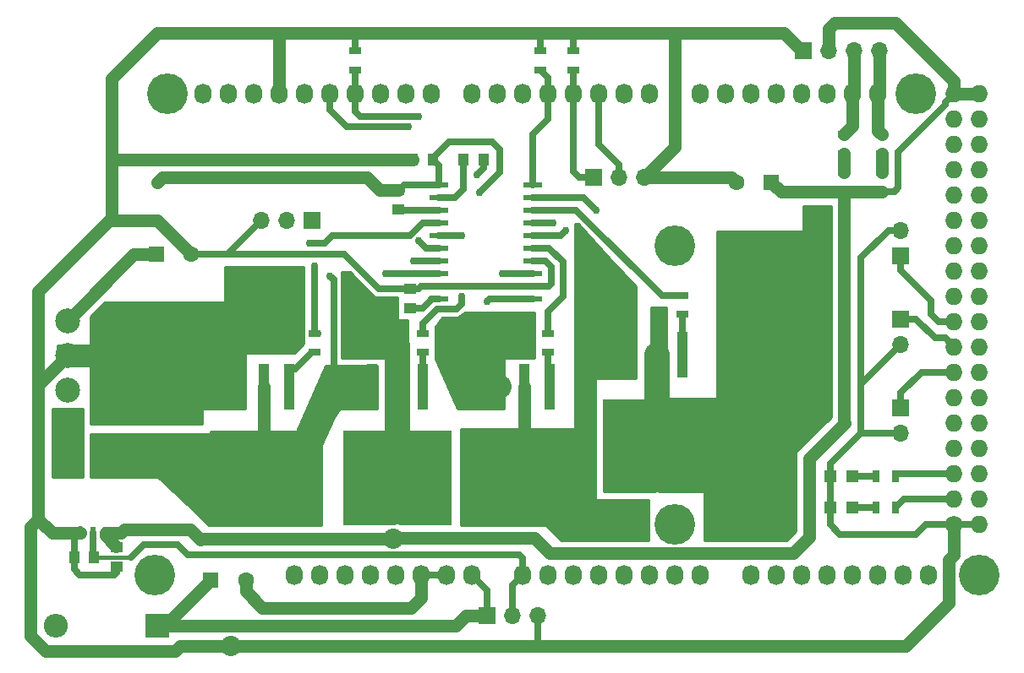
<source format=gbr>
G04 #@! TF.GenerationSoftware,KiCad,Pcbnew,(5.0.0-rc2-37-ga8db21319)*
G04 #@! TF.CreationDate,2018-05-29T02:54:05+01:00*
G04 #@! TF.ProjectId,tug,7475672E6B696361645F706362000000,rev?*
G04 #@! TF.SameCoordinates,Original*
G04 #@! TF.FileFunction,Copper,L1,Top,Signal*
G04 #@! TF.FilePolarity,Positive*
%FSLAX46Y46*%
G04 Gerber Fmt 4.6, Leading zero omitted, Abs format (unit mm)*
G04 Created by KiCad (PCBNEW (5.0.0-rc2-37-ga8db21319)) date Tue May 29 02:54:05 2018*
%MOMM*%
%LPD*%
G01*
G04 APERTURE LIST*
G04 #@! TA.AperFunction,SMDPad,CuDef*
%ADD10R,0.508000X1.143000*%
G04 #@! TD*
G04 #@! TA.AperFunction,ComponentPad*
%ADD11C,1.727200*%
G04 #@! TD*
G04 #@! TA.AperFunction,ComponentPad*
%ADD12O,1.727200X1.727200*%
G04 #@! TD*
G04 #@! TA.AperFunction,ComponentPad*
%ADD13O,1.727200X2.032000*%
G04 #@! TD*
G04 #@! TA.AperFunction,ComponentPad*
%ADD14C,4.064000*%
G04 #@! TD*
G04 #@! TA.AperFunction,SMDPad,CuDef*
%ADD15R,1.250000X1.000000*%
G04 #@! TD*
G04 #@! TA.AperFunction,SMDPad,CuDef*
%ADD16R,1.000000X1.250000*%
G04 #@! TD*
G04 #@! TA.AperFunction,ComponentPad*
%ADD17C,1.600000*%
G04 #@! TD*
G04 #@! TA.AperFunction,ComponentPad*
%ADD18R,1.600000X1.600000*%
G04 #@! TD*
G04 #@! TA.AperFunction,SMDPad,CuDef*
%ADD19R,1.200000X1.200000*%
G04 #@! TD*
G04 #@! TA.AperFunction,ComponentPad*
%ADD20R,2.400000X2.400000*%
G04 #@! TD*
G04 #@! TA.AperFunction,ComponentPad*
%ADD21O,2.400000X2.400000*%
G04 #@! TD*
G04 #@! TA.AperFunction,ComponentPad*
%ADD22R,1.700000X1.700000*%
G04 #@! TD*
G04 #@! TA.AperFunction,ComponentPad*
%ADD23O,1.700000X1.700000*%
G04 #@! TD*
G04 #@! TA.AperFunction,ComponentPad*
%ADD24C,2.500000*%
G04 #@! TD*
G04 #@! TA.AperFunction,SMDPad,CuDef*
%ADD25R,5.250000X4.550000*%
G04 #@! TD*
G04 #@! TA.AperFunction,SMDPad,CuDef*
%ADD26R,10.800000X9.400000*%
G04 #@! TD*
G04 #@! TA.AperFunction,SMDPad,CuDef*
%ADD27R,1.100000X4.600000*%
G04 #@! TD*
G04 #@! TA.AperFunction,SMDPad,CuDef*
%ADD28R,1.300000X0.700000*%
G04 #@! TD*
G04 #@! TA.AperFunction,SMDPad,CuDef*
%ADD29R,0.700000X1.300000*%
G04 #@! TD*
G04 #@! TA.AperFunction,SMDPad,CuDef*
%ADD30R,1.950000X0.600000*%
G04 #@! TD*
G04 #@! TA.AperFunction,ViaPad*
%ADD31C,3.048000*%
G04 #@! TD*
G04 #@! TA.AperFunction,ViaPad*
%ADD32C,2.032000*%
G04 #@! TD*
G04 #@! TA.AperFunction,ViaPad*
%ADD33C,0.762000*%
G04 #@! TD*
G04 #@! TA.AperFunction,Conductor*
%ADD34C,0.635000*%
G04 #@! TD*
G04 #@! TA.AperFunction,Conductor*
%ADD35C,1.270000*%
G04 #@! TD*
G04 #@! TA.AperFunction,Conductor*
%ADD36C,2.540000*%
G04 #@! TD*
G04 #@! TA.AperFunction,Conductor*
%ADD37C,0.381000*%
G04 #@! TD*
G04 #@! TA.AperFunction,Conductor*
%ADD38C,3.810000*%
G04 #@! TD*
G04 #@! TA.AperFunction,Conductor*
%ADD39C,0.254000*%
G04 #@! TD*
G04 APERTURE END LIST*
D10*
G04 #@! TO.P,U2,8*
G04 #@! TO.N,+5V*
X112395000Y-114935000D03*
G04 #@! TO.P,U2,7*
G04 #@! TO.N,/A0*
X111125000Y-114935000D03*
G04 #@! TO.P,U2,6*
G04 #@! TO.N,GND*
X109855000Y-114935000D03*
G04 #@! TO.P,U2,5*
X108585000Y-114935000D03*
G04 #@! TO.P,U2,4*
G04 #@! TO.N,/M1*
X108585000Y-108585000D03*
G04 #@! TO.P,U2,3*
X109855000Y-108585000D03*
G04 #@! TO.P,U2,2*
G04 #@! TO.N,/SRC_HS1*
X111125000Y-108585000D03*
G04 #@! TO.P,U2,1*
X112395000Y-108585000D03*
G04 #@! TD*
D11*
G04 #@! TO.P,P1,1*
G04 #@! TO.N,GND*
X197358000Y-114046000D03*
D12*
G04 #@! TO.P,P1,2*
X199898000Y-114046000D03*
G04 #@! TO.P,P1,3*
G04 #@! TO.N,/52(SCK)*
X197358000Y-111506000D03*
G04 #@! TO.P,P1,4*
G04 #@! TO.N,/53(SS)*
X199898000Y-111506000D03*
G04 #@! TO.P,P1,5*
G04 #@! TO.N,/50(MISO)*
X197358000Y-108966000D03*
G04 #@! TO.P,P1,6*
G04 #@! TO.N,/51(MOSI)*
X199898000Y-108966000D03*
G04 #@! TO.P,P1,7*
G04 #@! TO.N,/48*
X197358000Y-106426000D03*
G04 #@! TO.P,P1,8*
G04 #@! TO.N,/49*
X199898000Y-106426000D03*
G04 #@! TO.P,P1,9*
G04 #@! TO.N,/46*
X197358000Y-103886000D03*
G04 #@! TO.P,P1,10*
G04 #@! TO.N,/47*
X199898000Y-103886000D03*
G04 #@! TO.P,P1,11*
G04 #@! TO.N,/44*
X197358000Y-101346000D03*
G04 #@! TO.P,P1,12*
G04 #@! TO.N,/45*
X199898000Y-101346000D03*
G04 #@! TO.P,P1,13*
G04 #@! TO.N,/42*
X197358000Y-98806000D03*
G04 #@! TO.P,P1,14*
G04 #@! TO.N,/43*
X199898000Y-98806000D03*
G04 #@! TO.P,P1,15*
G04 #@! TO.N,/40*
X197358000Y-96266000D03*
G04 #@! TO.P,P1,16*
G04 #@! TO.N,/41*
X199898000Y-96266000D03*
G04 #@! TO.P,P1,17*
G04 #@! TO.N,/38*
X197358000Y-93726000D03*
G04 #@! TO.P,P1,18*
G04 #@! TO.N,/39*
X199898000Y-93726000D03*
G04 #@! TO.P,P1,19*
G04 #@! TO.N,/36*
X197358000Y-91186000D03*
G04 #@! TO.P,P1,20*
G04 #@! TO.N,/37*
X199898000Y-91186000D03*
G04 #@! TO.P,P1,21*
G04 #@! TO.N,/34*
X197358000Y-88646000D03*
G04 #@! TO.P,P1,22*
G04 #@! TO.N,/35*
X199898000Y-88646000D03*
G04 #@! TO.P,P1,23*
G04 #@! TO.N,/32*
X197358000Y-86106000D03*
G04 #@! TO.P,P1,24*
G04 #@! TO.N,/33*
X199898000Y-86106000D03*
G04 #@! TO.P,P1,25*
G04 #@! TO.N,/30*
X197358000Y-83566000D03*
G04 #@! TO.P,P1,26*
G04 #@! TO.N,/31*
X199898000Y-83566000D03*
G04 #@! TO.P,P1,27*
G04 #@! TO.N,/28*
X197358000Y-81026000D03*
G04 #@! TO.P,P1,28*
G04 #@! TO.N,/29*
X199898000Y-81026000D03*
G04 #@! TO.P,P1,29*
G04 #@! TO.N,/26*
X197358000Y-78486000D03*
G04 #@! TO.P,P1,30*
G04 #@! TO.N,/27*
X199898000Y-78486000D03*
G04 #@! TO.P,P1,31*
G04 #@! TO.N,/24*
X197358000Y-75946000D03*
G04 #@! TO.P,P1,32*
G04 #@! TO.N,/25*
X199898000Y-75946000D03*
G04 #@! TO.P,P1,33*
G04 #@! TO.N,/22*
X197358000Y-73406000D03*
G04 #@! TO.P,P1,34*
G04 #@! TO.N,/23*
X199898000Y-73406000D03*
G04 #@! TO.P,P1,35*
G04 #@! TO.N,+5V*
X197358000Y-70866000D03*
G04 #@! TO.P,P1,36*
X199898000Y-70866000D03*
G04 #@! TD*
D13*
G04 #@! TO.P,P2,1*
G04 #@! TO.N,Net-(P2-Pad1)*
X131318000Y-119126000D03*
G04 #@! TO.P,P2,2*
G04 #@! TO.N,/IOREF*
X133858000Y-119126000D03*
G04 #@! TO.P,P2,3*
G04 #@! TO.N,/Reset*
X136398000Y-119126000D03*
G04 #@! TO.P,P2,4*
G04 #@! TO.N,+3V3*
X138938000Y-119126000D03*
G04 #@! TO.P,P2,5*
G04 #@! TO.N,+5V*
X141478000Y-119126000D03*
G04 #@! TO.P,P2,6*
G04 #@! TO.N,GND*
X144018000Y-119126000D03*
G04 #@! TO.P,P2,7*
X146558000Y-119126000D03*
G04 #@! TO.P,P2,8*
G04 #@! TO.N,/Vin*
X149098000Y-119126000D03*
G04 #@! TD*
G04 #@! TO.P,P3,1*
G04 #@! TO.N,/A0*
X154178000Y-119126000D03*
G04 #@! TO.P,P3,2*
G04 #@! TO.N,/A1*
X156718000Y-119126000D03*
G04 #@! TO.P,P3,3*
G04 #@! TO.N,/A2*
X159258000Y-119126000D03*
G04 #@! TO.P,P3,4*
G04 #@! TO.N,/A3*
X161798000Y-119126000D03*
G04 #@! TO.P,P3,5*
G04 #@! TO.N,/A4*
X164338000Y-119126000D03*
G04 #@! TO.P,P3,6*
G04 #@! TO.N,/A5*
X166878000Y-119126000D03*
G04 #@! TO.P,P3,7*
G04 #@! TO.N,/A6*
X169418000Y-119126000D03*
G04 #@! TO.P,P3,8*
G04 #@! TO.N,/A7*
X171958000Y-119126000D03*
G04 #@! TD*
G04 #@! TO.P,P4,1*
G04 #@! TO.N,/A8*
X177038000Y-119126000D03*
G04 #@! TO.P,P4,2*
G04 #@! TO.N,/A9*
X179578000Y-119126000D03*
G04 #@! TO.P,P4,3*
G04 #@! TO.N,/A10*
X182118000Y-119126000D03*
G04 #@! TO.P,P4,4*
G04 #@! TO.N,/A11*
X184658000Y-119126000D03*
G04 #@! TO.P,P4,5*
G04 #@! TO.N,/A12*
X187198000Y-119126000D03*
G04 #@! TO.P,P4,6*
G04 #@! TO.N,/A13*
X189738000Y-119126000D03*
G04 #@! TO.P,P4,7*
G04 #@! TO.N,/A14*
X192278000Y-119126000D03*
G04 #@! TO.P,P4,8*
G04 #@! TO.N,/A15*
X194818000Y-119126000D03*
G04 #@! TD*
G04 #@! TO.P,P5,1*
G04 #@! TO.N,/SCL*
X122174000Y-70866000D03*
G04 #@! TO.P,P5,2*
G04 #@! TO.N,/SDA*
X124714000Y-70866000D03*
G04 #@! TO.P,P5,3*
G04 #@! TO.N,/AREF*
X127254000Y-70866000D03*
G04 #@! TO.P,P5,4*
G04 #@! TO.N,GND*
X129794000Y-70866000D03*
G04 #@! TO.P,P5,5*
G04 #@! TO.N,/13(\002A\002A)*
X132334000Y-70866000D03*
G04 #@! TO.P,P5,6*
G04 #@! TO.N,/12(\002A\002A)*
X134874000Y-70866000D03*
G04 #@! TO.P,P5,7*
G04 #@! TO.N,/11(\002A\002A)*
X137414000Y-70866000D03*
G04 #@! TO.P,P5,8*
G04 #@! TO.N,/10(\002A\002A)*
X139954000Y-70866000D03*
G04 #@! TO.P,P5,9*
G04 #@! TO.N,/9(\002A\002A)*
X142494000Y-70866000D03*
G04 #@! TO.P,P5,10*
G04 #@! TO.N,/8(\002A\002A)*
X145034000Y-70866000D03*
G04 #@! TD*
G04 #@! TO.P,P6,1*
G04 #@! TO.N,/7(\002A\002A)*
X149098000Y-70866000D03*
G04 #@! TO.P,P6,2*
G04 #@! TO.N,/6(\002A\002A)*
X151638000Y-70866000D03*
G04 #@! TO.P,P6,3*
G04 #@! TO.N,/5(\002A\002A)*
X154178000Y-70866000D03*
G04 #@! TO.P,P6,4*
G04 #@! TO.N,/4(\002A\002A)*
X156718000Y-70866000D03*
G04 #@! TO.P,P6,5*
G04 #@! TO.N,/3(\002A\002A)*
X159258000Y-70866000D03*
G04 #@! TO.P,P6,6*
G04 #@! TO.N,/2(\002A\002A)*
X161798000Y-70866000D03*
G04 #@! TO.P,P6,7*
G04 #@! TO.N,/1(Tx0)*
X164338000Y-70866000D03*
G04 #@! TO.P,P6,8*
G04 #@! TO.N,/0(Rx0)*
X166878000Y-70866000D03*
G04 #@! TD*
G04 #@! TO.P,P7,1*
G04 #@! TO.N,/14(Tx3)*
X171958000Y-70866000D03*
G04 #@! TO.P,P7,2*
G04 #@! TO.N,/15(Rx3)*
X174498000Y-70866000D03*
G04 #@! TO.P,P7,3*
G04 #@! TO.N,/16(Tx2)*
X177038000Y-70866000D03*
G04 #@! TO.P,P7,4*
G04 #@! TO.N,/17(Rx2)*
X179578000Y-70866000D03*
G04 #@! TO.P,P7,5*
G04 #@! TO.N,/18(Tx1)*
X182118000Y-70866000D03*
G04 #@! TO.P,P7,6*
G04 #@! TO.N,/19(Rx1)*
X184658000Y-70866000D03*
G04 #@! TO.P,P7,7*
G04 #@! TO.N,/20(SDA)*
X187198000Y-70866000D03*
G04 #@! TO.P,P7,8*
G04 #@! TO.N,/21(SCL)*
X189738000Y-70866000D03*
G04 #@! TD*
D14*
G04 #@! TO.P,P8,1*
G04 #@! TO.N,Net-(P8-Pad1)*
X117348000Y-119126000D03*
G04 #@! TD*
G04 #@! TO.P,P9,1*
G04 #@! TO.N,Net-(P9-Pad1)*
X169418000Y-114046000D03*
G04 #@! TD*
G04 #@! TO.P,P10,1*
G04 #@! TO.N,Net-(P10-Pad1)*
X199898000Y-119126000D03*
G04 #@! TD*
G04 #@! TO.P,P11,1*
G04 #@! TO.N,Net-(P11-Pad1)*
X118618000Y-70866000D03*
G04 #@! TD*
G04 #@! TO.P,P12,1*
G04 #@! TO.N,Net-(P12-Pad1)*
X169418000Y-86106000D03*
G04 #@! TD*
G04 #@! TO.P,P13,1*
G04 #@! TO.N,Net-(P13-Pad1)*
X193548000Y-70866000D03*
G04 #@! TD*
D15*
G04 #@! TO.P,C1,2*
G04 #@! TO.N,GND*
X142875000Y-90440000D03*
G04 #@! TO.P,C1,1*
G04 #@! TO.N,Net-(C1-Pad1)*
X142875000Y-92440000D03*
G04 #@! TD*
G04 #@! TO.P,C2,1*
G04 #@! TO.N,Net-(C2-Pad1)*
X141732000Y-82534000D03*
G04 #@! TO.P,C2,2*
G04 #@! TO.N,+12V*
X141732000Y-80534000D03*
G04 #@! TD*
D16*
G04 #@! TO.P,C3,1*
G04 #@! TO.N,+12V*
X145145000Y-77470000D03*
G04 #@! TO.P,C3,2*
G04 #@! TO.N,GND*
X143145000Y-77470000D03*
G04 #@! TD*
G04 #@! TO.P,C4,2*
G04 #@! TO.N,Net-(C4-Pad2)*
X148225000Y-77470000D03*
G04 #@! TO.P,C4,1*
G04 #@! TO.N,Net-(C4-Pad1)*
X150225000Y-77470000D03*
G04 #@! TD*
D17*
G04 #@! TO.P,C5,2*
G04 #@! TO.N,GND*
X120975000Y-86995000D03*
D18*
G04 #@! TO.P,C5,1*
G04 #@! TO.N,+12V*
X117475000Y-86995000D03*
G04 #@! TD*
G04 #@! TO.P,C6,1*
G04 #@! TO.N,/Vin*
X122936000Y-119634000D03*
D17*
G04 #@! TO.P,C6,2*
G04 #@! TO.N,GND*
X126436000Y-119634000D03*
G04 #@! TD*
D15*
G04 #@! TO.P,C7,2*
G04 #@! TO.N,GND*
X113538000Y-118348000D03*
G04 #@! TO.P,C7,1*
G04 #@! TO.N,+5V*
X113538000Y-116348000D03*
G04 #@! TD*
D16*
G04 #@! TO.P,C8,1*
G04 #@! TO.N,/A0*
X111236000Y-117348000D03*
G04 #@! TO.P,C8,2*
G04 #@! TO.N,GND*
X109236000Y-117348000D03*
G04 #@! TD*
D19*
G04 #@! TO.P,D1,1*
G04 #@! TO.N,GND*
X184955000Y-109220000D03*
G04 #@! TO.P,D1,2*
G04 #@! TO.N,Net-(D1-Pad2)*
X187155000Y-109220000D03*
G04 #@! TD*
G04 #@! TO.P,D2,2*
G04 #@! TO.N,Net-(D2-Pad2)*
X187155000Y-112395000D03*
G04 #@! TO.P,D2,1*
G04 #@! TO.N,GND*
X184955000Y-112395000D03*
G04 #@! TD*
D20*
G04 #@! TO.P,D3,1*
G04 #@! TO.N,/Vin*
X117602000Y-124206000D03*
D21*
G04 #@! TO.P,D3,2*
G04 #@! TO.N,+12V*
X107442000Y-124206000D03*
G04 #@! TD*
D22*
G04 #@! TO.P,J1,1*
G04 #@! TO.N,GND*
X182245000Y-66548000D03*
D23*
G04 #@! TO.P,J1,2*
G04 #@! TO.N,+5V*
X184785000Y-66548000D03*
G04 #@! TO.P,J1,3*
G04 #@! TO.N,/20(SDA)*
X187325000Y-66548000D03*
G04 #@! TO.P,J1,4*
G04 #@! TO.N,/21(SCL)*
X189865000Y-66548000D03*
G04 #@! TD*
D24*
G04 #@! TO.P,J2,4*
G04 #@! TO.N,+12V*
X108585000Y-93640000D03*
G04 #@! TO.P,J2,3*
G04 #@! TO.N,GND*
X108585000Y-97140000D03*
G04 #@! TO.P,J2,2*
G04 #@! TO.N,/M2*
X108585000Y-100640000D03*
G04 #@! TO.P,J2,1*
G04 #@! TO.N,/M1*
X108585000Y-104140000D03*
G04 #@! TD*
D25*
G04 #@! TO.P,Q1,2*
G04 #@! TO.N,+12V*
X138830000Y-106995000D03*
X144380000Y-111845000D03*
X144380000Y-106995000D03*
X138830000Y-111845000D03*
D26*
X141605000Y-109420000D03*
D27*
G04 #@! TO.P,Q1,3*
G04 #@! TO.N,/SRC_HS1*
X139065000Y-100270000D03*
G04 #@! TO.P,Q1,2*
G04 #@! TO.N,+12V*
X141605000Y-100270000D03*
G04 #@! TO.P,Q1,1*
G04 #@! TO.N,/GATE_HS1*
X144145000Y-100270000D03*
G04 #@! TD*
G04 #@! TO.P,Q2,1*
G04 #@! TO.N,/GATE_LS1*
X130810000Y-100270000D03*
G04 #@! TO.P,Q2,2*
G04 #@! TO.N,/SRC_HS1*
X128270000Y-100270000D03*
G04 #@! TO.P,Q2,3*
G04 #@! TO.N,GND*
X125730000Y-100270000D03*
D26*
G04 #@! TO.P,Q2,2*
G04 #@! TO.N,/SRC_HS1*
X128270000Y-109420000D03*
D25*
X125495000Y-111845000D03*
X131045000Y-106995000D03*
X131045000Y-111845000D03*
X125495000Y-106995000D03*
G04 #@! TD*
G04 #@! TO.P,Q3,2*
G04 #@! TO.N,+12V*
X164865000Y-103820000D03*
X170415000Y-108670000D03*
X170415000Y-103820000D03*
X164865000Y-108670000D03*
D26*
X167640000Y-106245000D03*
D27*
G04 #@! TO.P,Q3,3*
G04 #@! TO.N,/M2*
X165100000Y-97095000D03*
G04 #@! TO.P,Q3,2*
G04 #@! TO.N,+12V*
X167640000Y-97095000D03*
G04 #@! TO.P,Q3,1*
G04 #@! TO.N,/GATE_HS2*
X170180000Y-97095000D03*
G04 #@! TD*
G04 #@! TO.P,Q4,1*
G04 #@! TO.N,/GATE_LS2*
X156845000Y-100270000D03*
G04 #@! TO.P,Q4,2*
G04 #@! TO.N,/M2*
X154305000Y-100270000D03*
G04 #@! TO.P,Q4,3*
G04 #@! TO.N,GND*
X151765000Y-100270000D03*
D26*
G04 #@! TO.P,Q4,2*
G04 #@! TO.N,/M2*
X154305000Y-109420000D03*
D25*
X151530000Y-111845000D03*
X157080000Y-106995000D03*
X157080000Y-111845000D03*
X151530000Y-106995000D03*
G04 #@! TD*
D28*
G04 #@! TO.P,R1,2*
G04 #@! TO.N,Net-(R1-Pad2)*
X186309000Y-78806000D03*
G04 #@! TO.P,R1,1*
G04 #@! TO.N,+5V*
X186309000Y-80706000D03*
G04 #@! TD*
G04 #@! TO.P,R2,1*
G04 #@! TO.N,Net-(R1-Pad2)*
X186309000Y-76896000D03*
G04 #@! TO.P,R2,2*
G04 #@! TO.N,/20(SDA)*
X186309000Y-74996000D03*
G04 #@! TD*
G04 #@! TO.P,R3,1*
G04 #@! TO.N,+5V*
X190119000Y-80706000D03*
G04 #@! TO.P,R3,2*
G04 #@! TO.N,Net-(R3-Pad2)*
X190119000Y-78806000D03*
G04 #@! TD*
G04 #@! TO.P,R4,2*
G04 #@! TO.N,/21(SCL)*
X190119000Y-74996000D03*
G04 #@! TO.P,R4,1*
G04 #@! TO.N,Net-(R3-Pad2)*
X190119000Y-76896000D03*
G04 #@! TD*
D29*
G04 #@! TO.P,R5,1*
G04 #@! TO.N,Net-(D1-Pad2)*
X189550000Y-109220000D03*
G04 #@! TO.P,R5,2*
G04 #@! TO.N,/50(MISO)*
X191450000Y-109220000D03*
G04 #@! TD*
G04 #@! TO.P,R6,2*
G04 #@! TO.N,/52(SCK)*
X191450000Y-112395000D03*
G04 #@! TO.P,R6,1*
G04 #@! TO.N,Net-(D2-Pad2)*
X189550000Y-112395000D03*
G04 #@! TD*
D28*
G04 #@! TO.P,R7,1*
G04 #@! TO.N,/GATE_HS1*
X144145000Y-96835000D03*
G04 #@! TO.P,R7,2*
G04 #@! TO.N,Net-(R7-Pad2)*
X144145000Y-94935000D03*
G04 #@! TD*
G04 #@! TO.P,R8,2*
G04 #@! TO.N,Net-(R8-Pad2)*
X133350000Y-94935000D03*
G04 #@! TO.P,R8,1*
G04 #@! TO.N,/GATE_LS1*
X133350000Y-96835000D03*
G04 #@! TD*
G04 #@! TO.P,R9,1*
G04 #@! TO.N,/GATE_HS2*
X170180000Y-93025000D03*
G04 #@! TO.P,R9,2*
G04 #@! TO.N,Net-(R9-Pad2)*
X170180000Y-91125000D03*
G04 #@! TD*
G04 #@! TO.P,R10,2*
G04 #@! TO.N,Net-(R10-Pad2)*
X156718000Y-94935000D03*
G04 #@! TO.P,R10,1*
G04 #@! TO.N,/GATE_LS2*
X156718000Y-96835000D03*
G04 #@! TD*
D30*
G04 #@! TO.P,U1,1*
G04 #@! TO.N,+12V*
X145795000Y-80010000D03*
G04 #@! TO.P,U1,2*
G04 #@! TO.N,Net-(C4-Pad2)*
X145795000Y-81280000D03*
G04 #@! TO.P,U1,3*
G04 #@! TO.N,Net-(C2-Pad1)*
X145795000Y-82550000D03*
G04 #@! TO.P,U1,4*
G04 #@! TO.N,/SRC_HS1*
X145795000Y-83820000D03*
G04 #@! TO.P,U1,5*
G04 #@! TO.N,Net-(R7-Pad2)*
X145795000Y-85090000D03*
G04 #@! TO.P,U1,6*
G04 #@! TO.N,/11(\002A\002A)*
X145795000Y-86360000D03*
G04 #@! TO.P,U1,7*
G04 #@! TO.N,/12(\002A\002A)*
X145795000Y-87630000D03*
G04 #@! TO.P,U1,8*
G04 #@! TO.N,Net-(R8-Pad2)*
X145795000Y-88900000D03*
G04 #@! TO.P,U1,9*
G04 #@! TO.N,GND*
X145795000Y-90170000D03*
G04 #@! TO.P,U1,10*
G04 #@! TO.N,Net-(C1-Pad1)*
X145795000Y-91440000D03*
G04 #@! TO.P,U1,11*
G04 #@! TO.N,+12V*
X155195000Y-91440000D03*
G04 #@! TO.P,U1,12*
G04 #@! TO.N,GND*
X155195000Y-90170000D03*
G04 #@! TO.P,U1,13*
G04 #@! TO.N,Net-(C4-Pad1)*
X155195000Y-88900000D03*
G04 #@! TO.P,U1,14*
G04 #@! TO.N,GND*
X155195000Y-87630000D03*
G04 #@! TO.P,U1,15*
G04 #@! TO.N,Net-(R10-Pad2)*
X155195000Y-86360000D03*
G04 #@! TO.P,U1,16*
G04 #@! TO.N,/2(\002A\002A)*
X155195000Y-85090000D03*
G04 #@! TO.P,U1,17*
G04 #@! TO.N,/3(\002A\002A)*
X155195000Y-83820000D03*
G04 #@! TO.P,U1,18*
G04 #@! TO.N,Net-(R9-Pad2)*
X155195000Y-82550000D03*
G04 #@! TO.P,U1,19*
G04 #@! TO.N,/M2*
X155195000Y-81280000D03*
G04 #@! TO.P,U1,20*
G04 #@! TO.N,/4(\002A\002A)*
X155195000Y-80010000D03*
G04 #@! TD*
D28*
G04 #@! TO.P,R11,2*
G04 #@! TO.N,GND*
X137414000Y-66614000D03*
G04 #@! TO.P,R11,1*
G04 #@! TO.N,/11(\002A\002A)*
X137414000Y-68514000D03*
G04 #@! TD*
G04 #@! TO.P,R12,1*
G04 #@! TO.N,/3(\002A\002A)*
X159258000Y-68514000D03*
G04 #@! TO.P,R12,2*
G04 #@! TO.N,GND*
X159258000Y-66614000D03*
G04 #@! TD*
G04 #@! TO.P,R13,1*
G04 #@! TO.N,/4(\002A\002A)*
X155956000Y-68514000D03*
G04 #@! TO.P,R13,2*
G04 #@! TO.N,GND*
X155956000Y-66614000D03*
G04 #@! TD*
D23*
G04 #@! TO.P,J3,3*
G04 #@! TO.N,GND*
X166370000Y-79248000D03*
G04 #@! TO.P,J3,2*
G04 #@! TO.N,/2(\002A\002A)*
X163830000Y-79248000D03*
D22*
G04 #@! TO.P,J3,1*
G04 #@! TO.N,/3(\002A\002A)*
X161290000Y-79248000D03*
G04 #@! TD*
G04 #@! TO.P,J4,1*
G04 #@! TO.N,/11(\002A\002A)*
X133096000Y-83566000D03*
D23*
G04 #@! TO.P,J4,2*
G04 #@! TO.N,/12(\002A\002A)*
X130556000Y-83566000D03*
G04 #@! TO.P,J4,3*
G04 #@! TO.N,GND*
X128016000Y-83566000D03*
G04 #@! TD*
D22*
G04 #@! TO.P,J5,1*
G04 #@! TO.N,/Vin*
X150622000Y-123190000D03*
D23*
G04 #@! TO.P,J5,2*
G04 #@! TO.N,/A0*
X153162000Y-123190000D03*
G04 #@! TO.P,J5,3*
G04 #@! TO.N,GND*
X155702000Y-123190000D03*
G04 #@! TD*
D22*
G04 #@! TO.P,J6,1*
G04 #@! TO.N,/38*
X192024000Y-87122000D03*
D23*
G04 #@! TO.P,J6,2*
G04 #@! TO.N,GND*
X192024000Y-84582000D03*
G04 #@! TD*
G04 #@! TO.P,J7,2*
G04 #@! TO.N,GND*
X192024000Y-96012000D03*
D22*
G04 #@! TO.P,J7,1*
G04 #@! TO.N,/40*
X192024000Y-93472000D03*
G04 #@! TD*
G04 #@! TO.P,J8,1*
G04 #@! TO.N,/42*
X192024000Y-102362000D03*
D23*
G04 #@! TO.P,J8,2*
G04 #@! TO.N,GND*
X192024000Y-104902000D03*
G04 #@! TD*
D18*
G04 #@! TO.P,C9,1*
G04 #@! TO.N,+5V*
X179070000Y-79756000D03*
D17*
G04 #@! TO.P,C9,2*
G04 #@! TO.N,GND*
X175570000Y-79756000D03*
G04 #@! TD*
D31*
G04 #@! TO.N,/M2*
X149860000Y-112776000D03*
D32*
G04 #@! TO.N,GND*
X124968000Y-126238000D03*
D31*
X117602000Y-97028000D03*
X120904000Y-97028000D03*
X124968000Y-97028000D03*
X120904000Y-100838000D03*
X149352000Y-100584000D03*
X117348000Y-100330000D03*
D32*
G04 #@! TO.N,+5V*
X141224000Y-115506500D03*
D33*
G04 #@! TO.N,/12(\002A\002A)*
X142748000Y-74168000D03*
X143256000Y-87630000D03*
G04 #@! TO.N,/11(\002A\002A)*
X143764000Y-85598000D03*
X143764000Y-73152000D03*
G04 #@! TO.N,/3(\002A\002A)*
X157226000Y-83820000D03*
G04 #@! TO.N,/2(\002A\002A)*
X158496000Y-84582000D03*
G04 #@! TO.N,+12V*
X150622000Y-91694000D03*
X117602000Y-79756000D03*
X149860000Y-80772000D03*
D31*
X140970000Y-95504000D03*
X175260000Y-107188000D03*
X175260000Y-102616000D03*
X175260000Y-98044000D03*
X175260000Y-93726000D03*
X175260000Y-89408000D03*
X175260000Y-111760000D03*
X179578000Y-111760000D03*
X179578000Y-107188000D03*
X179578000Y-102616000D03*
X179578000Y-98044000D03*
X179578000Y-93726000D03*
X179578000Y-89408000D03*
X183642000Y-89408000D03*
X183642000Y-98044000D03*
X137668000Y-93472000D03*
D33*
G04 #@! TO.N,Net-(C4-Pad1)*
X152146000Y-88900000D03*
X149606000Y-78994000D03*
D31*
G04 #@! TO.N,/M2*
X162560000Y-113792000D03*
D33*
X161544000Y-82550000D03*
X161290000Y-86614000D03*
D31*
X158677000Y-113792000D03*
D33*
G04 #@! TO.N,Net-(R7-Pad2)*
X148082000Y-85090000D03*
X148082000Y-91186000D03*
G04 #@! TO.N,Net-(R8-Pad2)*
X140462000Y-88900000D03*
X133350000Y-88138000D03*
G04 #@! TO.N,/SRC_HS1*
X132842000Y-85852000D03*
X134874000Y-89154000D03*
G04 #@! TD*
D34*
G04 #@! TO.N,GND*
X197358000Y-114046000D02*
X199898000Y-114046000D01*
X144018000Y-119126000D02*
X146558000Y-119126000D01*
D35*
X107061000Y-114935000D02*
X108585000Y-114935000D01*
X105664000Y-113538000D02*
X107061000Y-114935000D01*
X107335001Y-98404999D02*
X105664000Y-100076000D01*
X105664000Y-100076000D02*
X105664000Y-113538000D01*
X107335001Y-98389999D02*
X107335001Y-98404999D01*
X108585000Y-97140000D02*
X107335001Y-98389999D01*
X108585000Y-114935000D02*
X109855000Y-114935000D01*
D34*
X109855000Y-114617500D02*
X109855000Y-114935000D01*
X109236000Y-115554000D02*
X109855000Y-114935000D01*
X109236000Y-117348000D02*
X109236000Y-115554000D01*
D35*
X143002000Y-122428000D02*
X144018000Y-121412000D01*
X126436000Y-120765370D02*
X128098630Y-122428000D01*
X144018000Y-121412000D02*
X144018000Y-119126000D01*
X128098630Y-122428000D02*
X143002000Y-122428000D01*
X126436000Y-119634000D02*
X126436000Y-120765370D01*
D34*
X142875000Y-90440000D02*
X143748000Y-90440000D01*
X144018000Y-90170000D02*
X145795000Y-90170000D01*
X143748000Y-90440000D02*
X144018000Y-90170000D01*
X145795000Y-90170000D02*
X155195000Y-90170000D01*
X155195000Y-90170000D02*
X153585000Y-90170000D01*
X157059000Y-88225000D02*
X156464000Y-87630000D01*
X156464000Y-87630000D02*
X155195000Y-87630000D01*
X155195000Y-90170000D02*
X156805000Y-90170000D01*
X157059000Y-89916000D02*
X157059000Y-88225000D01*
X156805000Y-90170000D02*
X157059000Y-89916000D01*
D35*
X117546000Y-83566000D02*
X113030000Y-83566000D01*
X120975000Y-86995000D02*
X117546000Y-83566000D01*
D34*
X136271000Y-86995000D02*
X120975000Y-86995000D01*
X142875000Y-90440000D02*
X139716000Y-90440000D01*
X139716000Y-90440000D02*
X136271000Y-86995000D01*
X197358000Y-114046000D02*
X194564000Y-114046000D01*
X194564000Y-114046000D02*
X193548000Y-115062000D01*
X193548000Y-115062000D02*
X185928000Y-115062000D01*
X184955000Y-114089000D02*
X184955000Y-112395000D01*
X185928000Y-115062000D02*
X184955000Y-114089000D01*
X184955000Y-112395000D02*
X184955000Y-109220000D01*
D35*
X197358000Y-114046000D02*
X197358000Y-117094000D01*
X197358000Y-117094000D02*
X196850000Y-117602000D01*
X126404840Y-126238000D02*
X124968000Y-126238000D01*
X117602000Y-64770000D02*
X113030000Y-69342000D01*
X182245000Y-66548000D02*
X182118000Y-66548000D01*
X182118000Y-66548000D02*
X180340000Y-64770000D01*
X129794000Y-70866000D02*
X129794000Y-64770000D01*
X129794000Y-64770000D02*
X117602000Y-64770000D01*
X141375000Y-77470000D02*
X113030000Y-77470000D01*
X143145000Y-77470000D02*
X141375000Y-77470000D01*
X113030000Y-69342000D02*
X113030000Y-77470000D01*
X113030000Y-77470000D02*
X113030000Y-83566000D01*
D34*
X113538000Y-118872000D02*
X113538000Y-118348000D01*
X113284000Y-119126000D02*
X113538000Y-118872000D01*
X109754000Y-119126000D02*
X113284000Y-119126000D01*
X109236000Y-117348000D02*
X109236000Y-118608000D01*
X109236000Y-118608000D02*
X109754000Y-119126000D01*
X155956000Y-66614000D02*
X155956000Y-65629000D01*
X155956000Y-65629000D02*
X155956000Y-64770000D01*
X159258000Y-66614000D02*
X159258000Y-64770000D01*
D35*
X159258000Y-64770000D02*
X155956000Y-64770000D01*
D34*
X137414000Y-65629000D02*
X137414000Y-64770000D01*
X137414000Y-66614000D02*
X137414000Y-65629000D01*
D35*
X155956000Y-64770000D02*
X137414000Y-64770000D01*
X137414000Y-64770000D02*
X129794000Y-64770000D01*
X169672000Y-64770000D02*
X159258000Y-64770000D01*
X180340000Y-64770000D02*
X169672000Y-64770000D01*
D34*
X124587000Y-86995000D02*
X128016000Y-83566000D01*
X120975000Y-86995000D02*
X124587000Y-86995000D01*
X155702000Y-124392081D02*
X155702000Y-126238000D01*
X155702000Y-123190000D02*
X155702000Y-124392081D01*
D35*
X155702000Y-126238000D02*
X126404840Y-126238000D01*
X175062000Y-79248000D02*
X175570000Y-79756000D01*
X166370000Y-79248000D02*
X175062000Y-79248000D01*
X196850000Y-117602000D02*
X196850000Y-121920000D01*
X192532000Y-126238000D02*
X155702000Y-126238000D01*
X196850000Y-121920000D02*
X192532000Y-126238000D01*
X105406999Y-113795001D02*
X105664000Y-113538000D01*
X124968000Y-126238000D02*
X119888000Y-126238000D01*
X104902000Y-114300000D02*
X105406999Y-113795001D01*
X104902000Y-125222000D02*
X104902000Y-114300000D01*
X119888000Y-126238000D02*
X119380000Y-126746000D01*
X106426000Y-126746000D02*
X104902000Y-125222000D01*
X119380000Y-126746000D02*
X106426000Y-126746000D01*
X166370000Y-79248000D02*
X169418000Y-76200000D01*
X169418000Y-65024000D02*
X169672000Y-64770000D01*
X169418000Y-76200000D02*
X169418000Y-65024000D01*
D34*
X190821919Y-104902000D02*
X192024000Y-104902000D01*
X188038000Y-104902000D02*
X190821919Y-104902000D01*
X184955000Y-107985000D02*
X188038000Y-104902000D01*
X184955000Y-109220000D02*
X184955000Y-107985000D01*
X188038000Y-99998000D02*
X188038000Y-104902000D01*
X192024000Y-96012000D02*
X188038000Y-99998000D01*
X188038000Y-87365919D02*
X188038000Y-99998000D01*
X190821919Y-84582000D02*
X188038000Y-87365919D01*
X192024000Y-84582000D02*
X190821919Y-84582000D01*
D35*
X113030000Y-83566000D02*
X112776000Y-83566000D01*
X105664000Y-90678000D02*
X105664000Y-100076000D01*
X112776000Y-83566000D02*
X105664000Y-90678000D01*
D36*
X151765000Y-100270000D02*
X149666000Y-100270000D01*
X149666000Y-100270000D02*
X149352000Y-100584000D01*
D34*
G04 #@! TO.N,/52(SCK)*
X192339000Y-111506000D02*
X191450000Y-112395000D01*
X197358000Y-111506000D02*
X192339000Y-111506000D01*
G04 #@! TO.N,/50(MISO)*
X191704000Y-108966000D02*
X191450000Y-109220000D01*
X197358000Y-108966000D02*
X191704000Y-108966000D01*
G04 #@! TO.N,/42*
X192024000Y-102362000D02*
X192024000Y-100877000D01*
X194095000Y-98806000D02*
X197358000Y-98806000D01*
X192024000Y-100877000D02*
X194095000Y-98806000D01*
G04 #@! TO.N,/40*
X195439401Y-95402401D02*
X196494401Y-95402401D01*
X196494401Y-95402401D02*
X197358000Y-96266000D01*
X193509000Y-93472000D02*
X195439401Y-95402401D01*
X192024000Y-93472000D02*
X193509000Y-93472000D01*
G04 #@! TO.N,/38*
X192024000Y-88607000D02*
X195072000Y-91655000D01*
X192024000Y-87122000D02*
X192024000Y-88607000D01*
X195072000Y-91655000D02*
X195072000Y-92964000D01*
X195834000Y-93726000D02*
X197358000Y-93726000D01*
X195072000Y-92964000D02*
X195834000Y-93726000D01*
D35*
G04 #@! TO.N,+5V*
X186309000Y-80706000D02*
X190119000Y-80706000D01*
D34*
X191404000Y-80706000D02*
X190119000Y-80706000D01*
X191770000Y-80340000D02*
X191404000Y-80706000D01*
X191770000Y-76708000D02*
X191770000Y-80340000D01*
X196494401Y-71983599D02*
X191770000Y-76708000D01*
X196494401Y-71729599D02*
X196494401Y-71983599D01*
X197358000Y-70866000D02*
X196494401Y-71729599D01*
D35*
X180020000Y-80706000D02*
X179070000Y-79756000D01*
X186309000Y-80706000D02*
X180020000Y-80706000D01*
X199898000Y-70866000D02*
X197358000Y-70866000D01*
X197358000Y-69644686D02*
X191467314Y-63754000D01*
X197358000Y-70866000D02*
X197358000Y-69644686D01*
X191467314Y-63754000D02*
X185420000Y-63754000D01*
X184785000Y-64389000D02*
X184785000Y-66548000D01*
X185420000Y-63754000D02*
X184785000Y-64389000D01*
X112395000Y-115205000D02*
X113458490Y-116268490D01*
X112395000Y-114935000D02*
X112395000Y-115205000D01*
X113919000Y-114935000D02*
X114300000Y-114554000D01*
X112395000Y-114935000D02*
X113919000Y-114935000D01*
X114300000Y-114554000D02*
X120904000Y-114554000D01*
X120904000Y-114554000D02*
X121920000Y-115570000D01*
X121983500Y-115506500D02*
X141224000Y-115506500D01*
X121920000Y-115570000D02*
X121983500Y-115506500D01*
X186309000Y-103759000D02*
X186309000Y-80706000D01*
X186436000Y-103886000D02*
X186309000Y-103759000D01*
X141224000Y-115506500D02*
X141287499Y-115443001D01*
X182880000Y-107442000D02*
X186436000Y-103886000D01*
X141287499Y-115443001D02*
X155321001Y-115443001D01*
X155321001Y-115443001D02*
X156845001Y-116967001D01*
X156845001Y-116967001D02*
X181228999Y-116967001D01*
X182880000Y-115316000D02*
X182880000Y-107442000D01*
X181228999Y-116967001D02*
X182880000Y-115316000D01*
G04 #@! TO.N,/Vin*
X118364000Y-124206000D02*
X122936000Y-119634000D01*
X117602000Y-124206000D02*
X118364000Y-124206000D01*
X149098000Y-119126000D02*
X149098000Y-119278400D01*
D34*
X150622000Y-120650000D02*
X149098000Y-119126000D01*
X150622000Y-123190000D02*
X150622000Y-120650000D01*
D35*
X147486000Y-124206000D02*
X120072000Y-124206000D01*
X148502000Y-123190000D02*
X147486000Y-124206000D01*
X120072000Y-124206000D02*
X117602000Y-124206000D01*
X150622000Y-123190000D02*
X148502000Y-123190000D01*
D34*
G04 #@! TO.N,/A0*
X111125000Y-117237000D02*
X111236000Y-117348000D01*
X111125000Y-114935000D02*
X111125000Y-117237000D01*
X153797000Y-117094000D02*
X120650000Y-117094000D01*
X154178000Y-119126000D02*
X154178000Y-117475000D01*
X154178000Y-117475000D02*
X153797000Y-117094000D01*
X120650000Y-117094000D02*
X119634000Y-116078000D01*
X119634000Y-116078000D02*
X116204501Y-116078000D01*
X116204501Y-116078000D02*
X114934501Y-117348000D01*
X153162000Y-120142000D02*
X154178000Y-119126000D01*
X153162000Y-123190000D02*
X153162000Y-120142000D01*
D37*
X114934501Y-117348000D02*
X111236000Y-117348000D01*
D34*
G04 #@! TO.N,/12(\002A\002A)*
X136525000Y-74168000D02*
X142748000Y-74168000D01*
X134874000Y-70866000D02*
X134874000Y-72517000D01*
X134874000Y-72517000D02*
X136525000Y-74168000D01*
X143256000Y-87630000D02*
X145795000Y-87630000D01*
G04 #@! TO.N,/11(\002A\002A)*
X137414000Y-68514000D02*
X137414000Y-70866000D01*
X145795000Y-86360000D02*
X144526000Y-86360000D01*
X144526000Y-86360000D02*
X143764000Y-85598000D01*
X143764000Y-73152000D02*
X137922000Y-73152000D01*
X137414000Y-72644000D02*
X137414000Y-70866000D01*
X137922000Y-73152000D02*
X137414000Y-72644000D01*
G04 #@! TO.N,/4(\002A\002A)*
X156718000Y-69276000D02*
X155956000Y-68514000D01*
X156718000Y-70866000D02*
X156718000Y-69276000D01*
X155195000Y-80010000D02*
X155195000Y-74929000D01*
X156718000Y-73406000D02*
X156718000Y-70866000D01*
X155195000Y-74929000D02*
X156718000Y-73406000D01*
G04 #@! TO.N,/3(\002A\002A)*
X159258000Y-68514000D02*
X159258000Y-70866000D01*
X155195000Y-83820000D02*
X157226000Y-83820000D01*
X159805000Y-79248000D02*
X161290000Y-79248000D01*
X159258000Y-78701000D02*
X159805000Y-79248000D01*
X159258000Y-70866000D02*
X159258000Y-78701000D01*
G04 #@! TO.N,/2(\002A\002A)*
X155195000Y-85090000D02*
X157988000Y-85090000D01*
X157988000Y-85090000D02*
X158496000Y-84582000D01*
X163830000Y-78045919D02*
X161798000Y-76013919D01*
X163830000Y-79248000D02*
X163830000Y-78045919D01*
X161798000Y-76013919D02*
X161798000Y-70866000D01*
D35*
G04 #@! TO.N,/20(SDA)*
X187325000Y-70739000D02*
X187198000Y-70866000D01*
X187325000Y-66548000D02*
X187325000Y-70739000D01*
X187198000Y-74107000D02*
X186309000Y-74996000D01*
X187198000Y-70866000D02*
X187198000Y-74107000D01*
G04 #@! TO.N,/21(SCL)*
X189865000Y-70739000D02*
X189738000Y-70866000D01*
X189865000Y-66548000D02*
X189865000Y-70739000D01*
X189738000Y-74615000D02*
X190119000Y-74996000D01*
X189738000Y-70866000D02*
X189738000Y-74615000D01*
D34*
G04 #@! TO.N,Net-(C1-Pad1)*
X145795000Y-91440000D02*
X145034000Y-91440000D01*
X144135000Y-92440000D02*
X142875000Y-92440000D01*
X145034000Y-91541000D02*
X144135000Y-92440000D01*
X145034000Y-91440000D02*
X145034000Y-91541000D01*
G04 #@! TO.N,Net-(C2-Pad1)*
X141748000Y-82550000D02*
X141732000Y-82534000D01*
X145795000Y-82550000D02*
X141748000Y-82550000D01*
D36*
G04 #@! TO.N,+12V*
X141605000Y-100270000D02*
X141605000Y-109420000D01*
X167640000Y-97095000D02*
X167640000Y-106245000D01*
D34*
X145795000Y-78120000D02*
X145145000Y-77470000D01*
X145795000Y-80010000D02*
X145795000Y-78120000D01*
X142256000Y-80010000D02*
X141732000Y-80534000D01*
X145795000Y-80010000D02*
X142256000Y-80010000D01*
X155195000Y-91440000D02*
X150876000Y-91440000D01*
X150876000Y-91440000D02*
X150622000Y-91694000D01*
D35*
X115230000Y-86995000D02*
X108585000Y-93640000D01*
X117475000Y-86995000D02*
X115230000Y-86995000D01*
X139837000Y-80534000D02*
X138551000Y-79248000D01*
X141732000Y-80534000D02*
X139837000Y-80534000D01*
X138551000Y-79248000D02*
X118110000Y-79248000D01*
X118110000Y-79248000D02*
X117602000Y-79756000D01*
D34*
X145145000Y-77345000D02*
X145145000Y-77470000D01*
X146798000Y-75692000D02*
X145145000Y-77345000D01*
X151130000Y-75692000D02*
X146798000Y-75692000D01*
X151892000Y-78740000D02*
X151892000Y-76454000D01*
X151892000Y-76454000D02*
X151130000Y-75692000D01*
X149860000Y-80772000D02*
X151892000Y-78740000D01*
D36*
X141605000Y-96139000D02*
X140970000Y-95504000D01*
X141605000Y-100270000D02*
X141605000Y-96139000D01*
D38*
X168583000Y-107188000D02*
X167640000Y-106245000D01*
X175260000Y-107188000D02*
X168583000Y-107188000D01*
D34*
G04 #@! TO.N,Net-(C4-Pad2)*
X148225000Y-78730000D02*
X148225000Y-77470000D01*
X148225000Y-80460000D02*
X148225000Y-78730000D01*
X147405000Y-81280000D02*
X148225000Y-80460000D01*
X145795000Y-81280000D02*
X147405000Y-81280000D01*
G04 #@! TO.N,Net-(C4-Pad1)*
X155195000Y-88900000D02*
X152146000Y-88900000D01*
X150225000Y-78375000D02*
X149606000Y-78994000D01*
X150225000Y-77470000D02*
X150225000Y-78375000D01*
G04 #@! TO.N,Net-(D1-Pad2)*
X187155000Y-109220000D02*
X189550000Y-109220000D01*
G04 #@! TO.N,Net-(D2-Pad2)*
X189550000Y-112395000D02*
X187155000Y-112395000D01*
D35*
G04 #@! TO.N,/M2*
X154305000Y-100270000D02*
X154305000Y-109420000D01*
D36*
X157080000Y-106995000D02*
X157080000Y-106318000D01*
D38*
X157080000Y-106995000D02*
X157080000Y-106826000D01*
X158677000Y-113792000D02*
X158677000Y-113792000D01*
X162560000Y-113792000D02*
X158677000Y-113792000D01*
D34*
X155195000Y-81280000D02*
X160274000Y-81280000D01*
X160274000Y-81280000D02*
X161544000Y-82550000D01*
D38*
X158677000Y-113792000D02*
X154305000Y-109420000D01*
D34*
G04 #@! TO.N,/GATE_HS1*
X144145000Y-96835000D02*
X144145000Y-100270000D01*
G04 #@! TO.N,/GATE_LS1*
X130810000Y-100270000D02*
X130810000Y-98520000D01*
X133050000Y-96835000D02*
X133350000Y-96835000D01*
X131365000Y-98520000D02*
X133050000Y-96835000D01*
X130810000Y-98520000D02*
X131365000Y-98520000D01*
G04 #@! TO.N,/GATE_HS2*
X170180000Y-97095000D02*
X170180000Y-93025000D01*
G04 #@! TO.N,/GATE_LS2*
X156718000Y-100143000D02*
X156845000Y-100270000D01*
X156718000Y-96835000D02*
X156718000Y-100143000D01*
D35*
G04 #@! TO.N,Net-(R1-Pad2)*
X186309000Y-76896000D02*
X186309000Y-78806000D01*
G04 #@! TO.N,Net-(R3-Pad2)*
X190119000Y-76896000D02*
X190119000Y-78806000D01*
D34*
G04 #@! TO.N,Net-(R7-Pad2)*
X145795000Y-85090000D02*
X148082000Y-85090000D01*
X148082000Y-91948000D02*
X148082000Y-91186000D01*
X147574000Y-92456000D02*
X148082000Y-91948000D01*
X145639000Y-92456000D02*
X147574000Y-92456000D01*
X144145000Y-94935000D02*
X144145000Y-93950000D01*
X144145000Y-93950000D02*
X145639000Y-92456000D01*
G04 #@! TO.N,Net-(R8-Pad2)*
X133350000Y-94935000D02*
X133650000Y-94935000D01*
X140462000Y-88900000D02*
X145795000Y-88900000D01*
X133350000Y-88138000D02*
X133350000Y-94935000D01*
G04 #@! TO.N,Net-(R9-Pad2)*
X168087000Y-91125000D02*
X170180000Y-91125000D01*
X155195000Y-82550000D02*
X159512000Y-82550000D01*
X159512000Y-82550000D02*
X168087000Y-91125000D01*
G04 #@! TO.N,Net-(R10-Pad2)*
X156718000Y-92710000D02*
X156718000Y-94935000D01*
X158242000Y-91186000D02*
X156718000Y-92710000D01*
X158242000Y-87797000D02*
X158242000Y-91186000D01*
X155195000Y-86360000D02*
X156805000Y-86360000D01*
X156805000Y-86360000D02*
X158242000Y-87797000D01*
D35*
G04 #@! TO.N,/SRC_HS1*
X128270000Y-100270000D02*
X128270000Y-109420000D01*
D36*
X131045000Y-106995000D02*
X131045000Y-106191000D01*
D34*
X144185000Y-83820000D02*
X142915000Y-85090000D01*
X145795000Y-83820000D02*
X144185000Y-83820000D01*
X142915000Y-85090000D02*
X135128000Y-85090000D01*
X135128000Y-85090000D02*
X134366000Y-85852000D01*
X134366000Y-85852000D02*
X132842000Y-85852000D01*
X134874000Y-89154000D02*
X135254999Y-89534999D01*
X136338000Y-100270000D02*
X139065000Y-100270000D01*
X135254999Y-99186999D02*
X136338000Y-100270000D01*
X135254999Y-89534999D02*
X135254999Y-99186999D01*
G04 #@! TD*
D39*
G04 #@! TO.N,/M1*
G36*
X110109000Y-109347000D02*
X107061000Y-109347000D01*
X107061000Y-102489000D01*
X110109000Y-102489000D01*
X110109000Y-109347000D01*
X110109000Y-109347000D01*
G37*
X110109000Y-109347000D02*
X107061000Y-109347000D01*
X107061000Y-102489000D01*
X110109000Y-102489000D01*
X110109000Y-109347000D01*
G04 #@! TO.N,/SRC_HS1*
G36*
X139573000Y-102489000D02*
X135890000Y-102489000D01*
X135841399Y-102498667D01*
X135800197Y-102526197D01*
X135784330Y-102545553D01*
X135276330Y-103307553D01*
X135266383Y-103325447D01*
X133996383Y-106119447D01*
X133985000Y-106172000D01*
X133985000Y-114173000D01*
X122734606Y-114173000D01*
X121755803Y-113194197D01*
X121752861Y-113191349D01*
X117688861Y-109381349D01*
X117646793Y-109355161D01*
X117602000Y-109347000D01*
X110871000Y-109347000D01*
X110871000Y-105029000D01*
X131318000Y-105029000D01*
X131366601Y-105019333D01*
X131407803Y-104991803D01*
X131434054Y-104953580D01*
X134448534Y-98171000D01*
X139573000Y-98171000D01*
X139573000Y-102489000D01*
X139573000Y-102489000D01*
G37*
X139573000Y-102489000D02*
X135890000Y-102489000D01*
X135841399Y-102498667D01*
X135800197Y-102526197D01*
X135784330Y-102545553D01*
X135276330Y-103307553D01*
X135266383Y-103325447D01*
X133996383Y-106119447D01*
X133985000Y-106172000D01*
X133985000Y-114173000D01*
X122734606Y-114173000D01*
X121755803Y-113194197D01*
X121752861Y-113191349D01*
X117688861Y-109381349D01*
X117646793Y-109355161D01*
X117602000Y-109347000D01*
X110871000Y-109347000D01*
X110871000Y-105029000D01*
X131318000Y-105029000D01*
X131366601Y-105019333D01*
X131407803Y-104991803D01*
X131434054Y-104953580D01*
X134448534Y-98171000D01*
X139573000Y-98171000D01*
X139573000Y-102489000D01*
G04 #@! TO.N,GND*
G36*
X132207000Y-95959394D02*
X131265394Y-96901000D01*
X126492000Y-96901000D01*
X126443399Y-96910667D01*
X126402197Y-96938197D01*
X126374667Y-96979399D01*
X126365000Y-97028000D01*
X126365000Y-102489000D01*
X122174000Y-102489000D01*
X122125399Y-102498667D01*
X122084197Y-102526197D01*
X122056667Y-102567399D01*
X122047000Y-102616000D01*
X122047000Y-104013000D01*
X110871000Y-104013000D01*
X110871000Y-98298000D01*
X110861333Y-98249399D01*
X110833803Y-98208197D01*
X110792601Y-98180667D01*
X110744000Y-98171000D01*
X107569000Y-98171000D01*
X107569000Y-96139000D01*
X110744000Y-96139000D01*
X110792601Y-96129333D01*
X110833803Y-96101803D01*
X110861333Y-96060601D01*
X110871000Y-96012000D01*
X110871000Y-93270606D01*
X112320606Y-91821000D01*
X124206000Y-91821000D01*
X124254601Y-91811333D01*
X124295803Y-91783803D01*
X124323333Y-91742601D01*
X124333000Y-91694000D01*
X124333000Y-88265000D01*
X132207000Y-88265000D01*
X132207000Y-95959394D01*
X132207000Y-95959394D01*
G37*
X132207000Y-95959394D02*
X131265394Y-96901000D01*
X126492000Y-96901000D01*
X126443399Y-96910667D01*
X126402197Y-96938197D01*
X126374667Y-96979399D01*
X126365000Y-97028000D01*
X126365000Y-102489000D01*
X122174000Y-102489000D01*
X122125399Y-102498667D01*
X122084197Y-102526197D01*
X122056667Y-102567399D01*
X122047000Y-102616000D01*
X122047000Y-104013000D01*
X110871000Y-104013000D01*
X110871000Y-98298000D01*
X110861333Y-98249399D01*
X110833803Y-98208197D01*
X110792601Y-98180667D01*
X110744000Y-98171000D01*
X107569000Y-98171000D01*
X107569000Y-96139000D01*
X110744000Y-96139000D01*
X110792601Y-96129333D01*
X110833803Y-96101803D01*
X110861333Y-96060601D01*
X110871000Y-96012000D01*
X110871000Y-93270606D01*
X112320606Y-91821000D01*
X124206000Y-91821000D01*
X124254601Y-91811333D01*
X124295803Y-91783803D01*
X124323333Y-91742601D01*
X124333000Y-91694000D01*
X124333000Y-88265000D01*
X132207000Y-88265000D01*
X132207000Y-95959394D01*
G04 #@! TO.N,/M2*
G36*
X162720524Y-87207973D02*
X165481000Y-90219401D01*
X165481000Y-99441000D01*
X161544000Y-99441000D01*
X161495399Y-99450667D01*
X161454197Y-99478197D01*
X161426667Y-99519399D01*
X161417000Y-99568000D01*
X161417000Y-111506000D01*
X161426667Y-111554601D01*
X161454197Y-111595803D01*
X161495399Y-111623333D01*
X161544000Y-111633000D01*
X166751000Y-111633000D01*
X166751000Y-115697000D01*
X158040606Y-115697000D01*
X156553803Y-114210197D01*
X156512601Y-114182667D01*
X156464000Y-114173000D01*
X147955000Y-114173000D01*
X147955000Y-104521000D01*
X159258000Y-104521000D01*
X159306601Y-104511333D01*
X159347803Y-104483803D01*
X159375333Y-104442601D01*
X159385000Y-104394000D01*
X159385000Y-83947000D01*
X159710395Y-83947000D01*
X162720524Y-87207973D01*
X162720524Y-87207973D01*
G37*
X162720524Y-87207973D02*
X165481000Y-90219401D01*
X165481000Y-99441000D01*
X161544000Y-99441000D01*
X161495399Y-99450667D01*
X161454197Y-99478197D01*
X161426667Y-99519399D01*
X161417000Y-99568000D01*
X161417000Y-111506000D01*
X161426667Y-111554601D01*
X161454197Y-111595803D01*
X161495399Y-111623333D01*
X161544000Y-111633000D01*
X166751000Y-111633000D01*
X166751000Y-115697000D01*
X158040606Y-115697000D01*
X156553803Y-114210197D01*
X156512601Y-114182667D01*
X156464000Y-114173000D01*
X147955000Y-114173000D01*
X147955000Y-104521000D01*
X159258000Y-104521000D01*
X159306601Y-104511333D01*
X159347803Y-104483803D01*
X159375333Y-104442601D01*
X159385000Y-104394000D01*
X159385000Y-83947000D01*
X159710395Y-83947000D01*
X162720524Y-87207973D01*
G04 #@! TO.N,+12V*
G36*
X185039000Y-103325394D02*
X181520197Y-106844197D01*
X181492667Y-106885399D01*
X181483000Y-106934000D01*
X181483000Y-114755394D01*
X180541394Y-115697000D01*
X172339000Y-115697000D01*
X172339000Y-110744000D01*
X172329333Y-110695399D01*
X172301803Y-110654197D01*
X172260601Y-110626667D01*
X172212000Y-110617000D01*
X162433000Y-110617000D01*
X162433000Y-101727000D01*
X166878000Y-101727000D01*
X166926601Y-101717333D01*
X166967803Y-101689803D01*
X166995333Y-101648601D01*
X167005000Y-101600000D01*
X167005000Y-92329000D01*
X168529000Y-92329000D01*
X168529000Y-101346000D01*
X168538667Y-101394601D01*
X168566197Y-101435803D01*
X168607399Y-101463333D01*
X168656000Y-101473000D01*
X173482000Y-101473000D01*
X173530601Y-101463333D01*
X173571803Y-101435803D01*
X173599333Y-101394601D01*
X173609000Y-101346000D01*
X173609000Y-84709000D01*
X182118000Y-84709000D01*
X182166601Y-84699333D01*
X182207803Y-84671803D01*
X182235333Y-84630601D01*
X182245000Y-84582000D01*
X182245000Y-82169000D01*
X185039000Y-82169000D01*
X185039000Y-103325394D01*
X185039000Y-103325394D01*
G37*
X185039000Y-103325394D02*
X181520197Y-106844197D01*
X181492667Y-106885399D01*
X181483000Y-106934000D01*
X181483000Y-114755394D01*
X180541394Y-115697000D01*
X172339000Y-115697000D01*
X172339000Y-110744000D01*
X172329333Y-110695399D01*
X172301803Y-110654197D01*
X172260601Y-110626667D01*
X172212000Y-110617000D01*
X162433000Y-110617000D01*
X162433000Y-101727000D01*
X166878000Y-101727000D01*
X166926601Y-101717333D01*
X166967803Y-101689803D01*
X166995333Y-101648601D01*
X167005000Y-101600000D01*
X167005000Y-92329000D01*
X168529000Y-92329000D01*
X168529000Y-101346000D01*
X168538667Y-101394601D01*
X168566197Y-101435803D01*
X168607399Y-101463333D01*
X168656000Y-101473000D01*
X173482000Y-101473000D01*
X173530601Y-101463333D01*
X173571803Y-101435803D01*
X173599333Y-101394601D01*
X173609000Y-101346000D01*
X173609000Y-84709000D01*
X182118000Y-84709000D01*
X182166601Y-84699333D01*
X182207803Y-84671803D01*
X182235333Y-84630601D01*
X182245000Y-84582000D01*
X182245000Y-82169000D01*
X185039000Y-82169000D01*
X185039000Y-103325394D01*
G36*
X139356197Y-91275803D02*
X139397399Y-91303333D01*
X139446000Y-91313000D01*
X141605000Y-91313000D01*
X141605000Y-93472000D01*
X141614667Y-93520601D01*
X141642197Y-93561803D01*
X141683399Y-93589333D01*
X141732000Y-93599000D01*
X142621000Y-93599000D01*
X142621000Y-104775000D01*
X140589000Y-104775000D01*
X140589000Y-97536000D01*
X140579333Y-97487399D01*
X140551803Y-97446197D01*
X140510601Y-97418667D01*
X140462000Y-97409000D01*
X136017000Y-97409000D01*
X136017000Y-89544943D01*
X136018978Y-89534999D01*
X136017000Y-89525055D01*
X136017000Y-88773000D01*
X136853394Y-88773000D01*
X139356197Y-91275803D01*
X139356197Y-91275803D01*
G37*
X139356197Y-91275803D02*
X139397399Y-91303333D01*
X139446000Y-91313000D01*
X141605000Y-91313000D01*
X141605000Y-93472000D01*
X141614667Y-93520601D01*
X141642197Y-93561803D01*
X141683399Y-93589333D01*
X141732000Y-93599000D01*
X142621000Y-93599000D01*
X142621000Y-104775000D01*
X140589000Y-104775000D01*
X140589000Y-97536000D01*
X140579333Y-97487399D01*
X140551803Y-97446197D01*
X140510601Y-97418667D01*
X140462000Y-97409000D01*
X136017000Y-97409000D01*
X136017000Y-89544943D01*
X136018978Y-89534999D01*
X136017000Y-89525055D01*
X136017000Y-88773000D01*
X136853394Y-88773000D01*
X139356197Y-91275803D01*
G04 #@! TO.N,GND*
G36*
X155321000Y-97409000D02*
X152400000Y-97409000D01*
X152351399Y-97418667D01*
X152310197Y-97446197D01*
X152282667Y-97487399D01*
X152273000Y-97536000D01*
X152273000Y-102489000D01*
X147656116Y-102489000D01*
X145415000Y-97508742D01*
X145415000Y-94276333D01*
X146113500Y-93345000D01*
X147574000Y-93345000D01*
X147644447Y-93323670D01*
X148374452Y-92837000D01*
X155321000Y-92837000D01*
X155321000Y-97409000D01*
X155321000Y-97409000D01*
G37*
X155321000Y-97409000D02*
X152400000Y-97409000D01*
X152351399Y-97418667D01*
X152310197Y-97446197D01*
X152282667Y-97487399D01*
X152273000Y-97536000D01*
X152273000Y-102489000D01*
X147656116Y-102489000D01*
X145415000Y-97508742D01*
X145415000Y-94276333D01*
X146113500Y-93345000D01*
X147574000Y-93345000D01*
X147644447Y-93323670D01*
X148374452Y-92837000D01*
X155321000Y-92837000D01*
X155321000Y-97409000D01*
G04 #@! TD*
M02*

</source>
